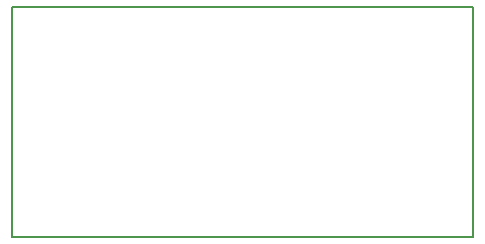
<source format=gbr>
%TF.GenerationSoftware,KiCad,Pcbnew,no-vcs-found-75b21d0~61~ubuntu14.04.1*%
%TF.CreationDate,2017-12-18T14:02:50+05:30*%
%TF.ProjectId,STM8_Flasher,53544D385F466C61736865722E6B6963,rev?*%
%TF.SameCoordinates,Original*%
%TF.FileFunction,Profile,NP*%
%FSLAX46Y46*%
G04 Gerber Fmt 4.6, Leading zero omitted, Abs format (unit mm)*
G04 Created by KiCad (PCBNEW no-vcs-found-75b21d0~61~ubuntu14.04.1) date Mon Dec 18 14:02:50 2017*
%MOMM*%
%LPD*%
G01*
G04 APERTURE LIST*
%ADD10C,0.150000*%
G04 APERTURE END LIST*
D10*
X124000000Y-119500000D02*
X85000000Y-119500000D01*
X124000000Y-139000000D02*
X124000000Y-119500000D01*
X85000000Y-139000000D02*
X124000000Y-139000000D01*
X85000000Y-119500000D02*
X85000000Y-139000000D01*
M02*

</source>
